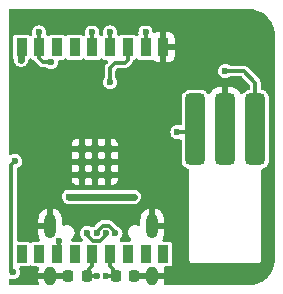
<source format=gbl>
G04 #@! TF.GenerationSoftware,KiCad,Pcbnew,(6.0.4)*
G04 #@! TF.CreationDate,2023-03-05T19:47:51+01:00*
G04 #@! TF.ProjectId,hair-02,68616972-2d30-4322-9e6b-696361645f70,rev?*
G04 #@! TF.SameCoordinates,Original*
G04 #@! TF.FileFunction,Copper,L2,Bot*
G04 #@! TF.FilePolarity,Positive*
%FSLAX46Y46*%
G04 Gerber Fmt 4.6, Leading zero omitted, Abs format (unit mm)*
G04 Created by KiCad (PCBNEW (6.0.4)) date 2023-03-05 19:47:51*
%MOMM*%
%LPD*%
G01*
G04 APERTURE LIST*
G04 Aperture macros list*
%AMRoundRect*
0 Rectangle with rounded corners*
0 $1 Rounding radius*
0 $2 $3 $4 $5 $6 $7 $8 $9 X,Y pos of 4 corners*
0 Add a 4 corners polygon primitive as box body*
4,1,4,$2,$3,$4,$5,$6,$7,$8,$9,$2,$3,0*
0 Add four circle primitives for the rounded corners*
1,1,$1+$1,$2,$3*
1,1,$1+$1,$4,$5*
1,1,$1+$1,$6,$7*
1,1,$1+$1,$8,$9*
0 Add four rect primitives between the rounded corners*
20,1,$1+$1,$2,$3,$4,$5,0*
20,1,$1+$1,$4,$5,$6,$7,0*
20,1,$1+$1,$6,$7,$8,$9,0*
20,1,$1+$1,$8,$9,$2,$3,0*%
G04 Aperture macros list end*
G04 #@! TA.AperFunction,ComponentPad*
%ADD10O,1.000000X2.100000*%
G04 #@! TD*
G04 #@! TA.AperFunction,ComponentPad*
%ADD11O,1.000000X1.600000*%
G04 #@! TD*
G04 #@! TA.AperFunction,SMDPad,CuDef*
%ADD12RoundRect,0.218750X-0.218750X-0.256250X0.218750X-0.256250X0.218750X0.256250X-0.218750X0.256250X0*%
G04 #@! TD*
G04 #@! TA.AperFunction,SMDPad,CuDef*
%ADD13R,0.900000X1.500000*%
G04 #@! TD*
G04 #@! TA.AperFunction,SMDPad,CuDef*
%ADD14R,0.700000X0.700000*%
G04 #@! TD*
G04 #@! TA.AperFunction,SMDPad,CuDef*
%ADD15RoundRect,0.218750X0.218750X0.256250X-0.218750X0.256250X-0.218750X-0.256250X0.218750X-0.256250X0*%
G04 #@! TD*
G04 #@! TA.AperFunction,SMDPad,CuDef*
%ADD16RoundRect,0.425000X-0.425000X-2.625000X0.425000X-2.625000X0.425000X2.625000X-0.425000X2.625000X0*%
G04 #@! TD*
G04 #@! TA.AperFunction,ViaPad*
%ADD17C,0.600000*%
G04 #@! TD*
G04 #@! TA.AperFunction,Conductor*
%ADD18C,0.600000*%
G04 #@! TD*
G04 #@! TA.AperFunction,Conductor*
%ADD19C,0.300000*%
G04 #@! TD*
G04 APERTURE END LIST*
D10*
X144180000Y-111720000D03*
D11*
X144180000Y-115900000D03*
D10*
X152820000Y-111720000D03*
D11*
X152820000Y-115900000D03*
D12*
X149712500Y-115900000D03*
X151287500Y-115900000D03*
D13*
X141750000Y-96550000D03*
X143250000Y-96550000D03*
X144750000Y-96550000D03*
X146250000Y-96550000D03*
X147750000Y-96550000D03*
X149250000Y-96550000D03*
X150750000Y-96550000D03*
X152250000Y-96550000D03*
X153750000Y-96550000D03*
X153750000Y-114050000D03*
X152250000Y-114050000D03*
X150750000Y-114050000D03*
X149250000Y-114050000D03*
X147750000Y-114050000D03*
X146250000Y-114050000D03*
X144750000Y-114050000D03*
X143250000Y-114050000D03*
X141750000Y-114050000D03*
D14*
X147950000Y-105160000D03*
X146850000Y-107360000D03*
X149050000Y-107360000D03*
X146850000Y-105160000D03*
X149050000Y-106260000D03*
X146850000Y-106260000D03*
X147950000Y-106260000D03*
X149050000Y-105160000D03*
X147950000Y-107360000D03*
D15*
X147287500Y-115900000D03*
X145712500Y-115900000D03*
D16*
X161540000Y-103500000D03*
X159000000Y-103500000D03*
X156460000Y-103500000D03*
D17*
X141700000Y-97600000D03*
X141050000Y-115600000D03*
X141200000Y-106200000D03*
X151250000Y-95000000D03*
X154200000Y-101600000D03*
X144500000Y-99100000D03*
X147350000Y-98650000D03*
X152550000Y-107250000D03*
X143250000Y-99200000D03*
X152300000Y-106100000D03*
X145750000Y-95000000D03*
X144500000Y-104100000D03*
X150150000Y-107350000D03*
X142450000Y-108250000D03*
X144250000Y-97800000D03*
X143250000Y-95300000D03*
X151250000Y-109200000D03*
X145750000Y-109200000D03*
X150650000Y-109200000D03*
X146350000Y-109200000D03*
X154950000Y-103750000D03*
X147300000Y-112300000D03*
X148900000Y-115900000D03*
X148900000Y-112300000D03*
X149700000Y-112300000D03*
X148100000Y-112300000D03*
X148100000Y-115900000D03*
X147750000Y-95300000D03*
X144950000Y-112950000D03*
X149250000Y-99500000D03*
X159000000Y-98550000D03*
X149250000Y-95300000D03*
X152250000Y-95300000D03*
D18*
X141700000Y-97600000D02*
X141700000Y-96600000D01*
D19*
X140900000Y-106500000D02*
X141200000Y-106200000D01*
X140900000Y-115600000D02*
X140900000Y-106500000D01*
X141050000Y-115600000D02*
X140900000Y-115600000D01*
D18*
X141700000Y-96600000D02*
X141750000Y-96550000D01*
D19*
X143250000Y-96550000D02*
X143250000Y-97500000D01*
X143250000Y-97500000D02*
X143550000Y-97800000D01*
X143550000Y-97800000D02*
X144250000Y-97800000D01*
X143250000Y-95300000D02*
X143250000Y-96550000D01*
D18*
X145750000Y-109200000D02*
X151250000Y-109200000D01*
D19*
X154950000Y-103750000D02*
X156210000Y-103750000D01*
X156210000Y-103750000D02*
X156460000Y-103500000D01*
X147830963Y-112949511D02*
X148369037Y-112949511D01*
X148900000Y-112418548D02*
X148900000Y-112300000D01*
X149250000Y-115050000D02*
X149250000Y-114050000D01*
X147300000Y-112418548D02*
X147830963Y-112949511D01*
X149500000Y-115600000D02*
X149500000Y-115300000D01*
X148369037Y-112949511D02*
X148900000Y-112418548D01*
X147300000Y-112300000D02*
X147300000Y-112418548D01*
X149712500Y-115900000D02*
X149712500Y-115812500D01*
X149712500Y-115812500D02*
X149500000Y-115600000D01*
X148900000Y-115900000D02*
X149712500Y-115900000D01*
X149500000Y-115300000D02*
X149250000Y-115050000D01*
X148100000Y-112181452D02*
X148630963Y-111650489D01*
X147287500Y-115900000D02*
X147287500Y-115812500D01*
X149169037Y-111650489D02*
X149700000Y-112181452D01*
X149700000Y-112181452D02*
X149700000Y-112300000D01*
X148100000Y-112300000D02*
X148100000Y-112181452D01*
X148630963Y-111650489D02*
X149169037Y-111650489D01*
X148100000Y-115900000D02*
X147287500Y-115900000D01*
X147287500Y-115812500D02*
X147500000Y-115600000D01*
X147750000Y-115050000D02*
X147750000Y-114050000D01*
X147500000Y-115300000D02*
X147750000Y-115050000D01*
X147500000Y-115600000D02*
X147500000Y-115300000D01*
X147750000Y-96550000D02*
X147750000Y-95300000D01*
X144950000Y-113850000D02*
X144750000Y-114050000D01*
X144950000Y-112950000D02*
X144950000Y-113850000D01*
X149700000Y-97850000D02*
X150500000Y-97850000D01*
X149250000Y-99500000D02*
X149250000Y-98300000D01*
X149250000Y-98300000D02*
X149700000Y-97850000D01*
X150750000Y-97600000D02*
X150750000Y-96550000D01*
X150500000Y-97850000D02*
X150750000Y-97600000D01*
X161540000Y-103500000D02*
X161540000Y-99540000D01*
X149250000Y-95300000D02*
X149250000Y-96550000D01*
X161540000Y-99540000D02*
X160550000Y-98550000D01*
X160550000Y-98550000D02*
X159000000Y-98550000D01*
X152250000Y-96550000D02*
X152250000Y-95300000D01*
G04 #@! TA.AperFunction,Conductor*
G36*
X142605298Y-115030291D02*
G01*
X142627287Y-115052241D01*
X142639867Y-115057803D01*
X142639869Y-115057804D01*
X142719426Y-115092976D01*
X142729673Y-115097506D01*
X142744318Y-115099213D01*
X142751070Y-115100001D01*
X142751078Y-115100001D01*
X142755354Y-115100500D01*
X143077323Y-115100500D01*
X143151823Y-115120462D01*
X143206361Y-115175000D01*
X143226323Y-115249500D01*
X143219348Y-115294553D01*
X143191462Y-115382461D01*
X143188444Y-115396657D01*
X143172464Y-115539128D01*
X143172000Y-115547416D01*
X143172000Y-115626384D01*
X143176145Y-115641855D01*
X143191616Y-115646000D01*
X145817500Y-115646000D01*
X145892000Y-115665962D01*
X145946538Y-115720500D01*
X145966500Y-115795000D01*
X145966500Y-116005000D01*
X145946538Y-116079500D01*
X145892000Y-116134038D01*
X145817500Y-116154000D01*
X143191616Y-116154000D01*
X143176145Y-116158145D01*
X143172000Y-116173616D01*
X143172000Y-116246103D01*
X143172355Y-116253358D01*
X143185702Y-116389480D01*
X143188521Y-116403719D01*
X143219835Y-116507434D01*
X143222258Y-116584524D01*
X143185812Y-116652497D01*
X143120261Y-116693140D01*
X143077195Y-116699500D01*
X140799000Y-116699500D01*
X140724500Y-116679538D01*
X140669962Y-116625000D01*
X140650000Y-116550500D01*
X140650000Y-116307286D01*
X140669962Y-116232786D01*
X140724500Y-116178248D01*
X140799000Y-116158286D01*
X140856019Y-116169628D01*
X140884213Y-116181306D01*
X140884215Y-116181307D01*
X140893238Y-116185044D01*
X140902919Y-116186319D01*
X140902921Y-116186319D01*
X141040315Y-116204407D01*
X141050000Y-116205682D01*
X141059685Y-116204407D01*
X141197079Y-116186319D01*
X141197081Y-116186319D01*
X141206762Y-116185044D01*
X141234352Y-116173616D01*
X141343817Y-116128274D01*
X141343818Y-116128274D01*
X141352841Y-116124536D01*
X141478282Y-116028282D01*
X141574536Y-115902841D01*
X141635044Y-115756762D01*
X141652209Y-115626384D01*
X141654407Y-115609685D01*
X141655682Y-115600000D01*
X141654407Y-115590315D01*
X141636319Y-115452921D01*
X141636319Y-115452919D01*
X141635044Y-115443238D01*
X141578413Y-115306518D01*
X141568346Y-115230052D01*
X141597861Y-115158795D01*
X141659051Y-115111842D01*
X141716071Y-115100500D01*
X142244646Y-115100500D01*
X142270846Y-115097382D01*
X142373153Y-115051939D01*
X142394580Y-115030474D01*
X142461339Y-114991852D01*
X142538468Y-114991784D01*
X142605298Y-115030291D01*
G37*
G04 #@! TD.AperFunction*
G04 #@! TA.AperFunction,Conductor*
G36*
X160986548Y-93302764D02*
G01*
X160987160Y-93302872D01*
X161000000Y-93305136D01*
X161012839Y-93302872D01*
X161025875Y-93302872D01*
X161025875Y-93303388D01*
X161037130Y-93302746D01*
X161256126Y-93315993D01*
X161273986Y-93318162D01*
X161395747Y-93340475D01*
X161517513Y-93362789D01*
X161534973Y-93367092D01*
X161771356Y-93440753D01*
X161788163Y-93447127D01*
X162013938Y-93548739D01*
X162029871Y-93557101D01*
X162241748Y-93685186D01*
X162256555Y-93695407D01*
X162451440Y-93848090D01*
X162464908Y-93860021D01*
X162639979Y-94035092D01*
X162651910Y-94048560D01*
X162804593Y-94243445D01*
X162814814Y-94258252D01*
X162942899Y-94470129D01*
X162951261Y-94486061D01*
X163052873Y-94711837D01*
X163059247Y-94728644D01*
X163106246Y-94879467D01*
X163132906Y-94965020D01*
X163137211Y-94982487D01*
X163159525Y-95104253D01*
X163181838Y-95226014D01*
X163184007Y-95243874D01*
X163197254Y-95462870D01*
X163196612Y-95474125D01*
X163197128Y-95474125D01*
X163197128Y-95487161D01*
X163194864Y-95500000D01*
X163197128Y-95512840D01*
X163197236Y-95513452D01*
X163199500Y-95539326D01*
X163199500Y-114460674D01*
X163197236Y-114486548D01*
X163194864Y-114500000D01*
X163197128Y-114512839D01*
X163197128Y-114525875D01*
X163196612Y-114525875D01*
X163197254Y-114537130D01*
X163184007Y-114756126D01*
X163181838Y-114773986D01*
X163168683Y-114845774D01*
X163141914Y-114991852D01*
X163137212Y-115017509D01*
X163132908Y-115034973D01*
X163059247Y-115271356D01*
X163052873Y-115288163D01*
X162987140Y-115434217D01*
X162951261Y-115513938D01*
X162942900Y-115529870D01*
X162860629Y-115665962D01*
X162814814Y-115741748D01*
X162804594Y-115756553D01*
X162774473Y-115795000D01*
X162651910Y-115951440D01*
X162639979Y-115964908D01*
X162464908Y-116139979D01*
X162451441Y-116151909D01*
X162312361Y-116260872D01*
X162256555Y-116304593D01*
X162241748Y-116314814D01*
X162029871Y-116442899D01*
X162013939Y-116451261D01*
X161788163Y-116552873D01*
X161771356Y-116559247D01*
X161534973Y-116632908D01*
X161517513Y-116637211D01*
X161434099Y-116652497D01*
X161273986Y-116681838D01*
X161256126Y-116684007D01*
X161037130Y-116697254D01*
X161025875Y-116696612D01*
X161025875Y-116697128D01*
X161012839Y-116697128D01*
X161000000Y-116694864D01*
X160987160Y-116697128D01*
X160986548Y-116697236D01*
X160960674Y-116699500D01*
X153922677Y-116699500D01*
X153848177Y-116679538D01*
X153793639Y-116625000D01*
X153773677Y-116550500D01*
X153780652Y-116505447D01*
X153808538Y-116417539D01*
X153811556Y-116403343D01*
X153827536Y-116260872D01*
X153828000Y-116252584D01*
X153828000Y-116173616D01*
X153823855Y-116158145D01*
X153808384Y-116154000D01*
X151182500Y-116154000D01*
X151108000Y-116134038D01*
X151053462Y-116079500D01*
X151033500Y-116005000D01*
X151033500Y-115795000D01*
X151053462Y-115720500D01*
X151108000Y-115665962D01*
X151182500Y-115646000D01*
X153808384Y-115646000D01*
X153823855Y-115641855D01*
X153828000Y-115626384D01*
X153828000Y-115553897D01*
X153827645Y-115546642D01*
X153814298Y-115410520D01*
X153811479Y-115396281D01*
X153780165Y-115292566D01*
X153777742Y-115215476D01*
X153814188Y-115147503D01*
X153879739Y-115106860D01*
X153922805Y-115100500D01*
X154244646Y-115100500D01*
X154270846Y-115097382D01*
X154373153Y-115051939D01*
X154452241Y-114972713D01*
X154497506Y-114870327D01*
X154499753Y-114851056D01*
X154500001Y-114848930D01*
X154500001Y-114848922D01*
X154500500Y-114844646D01*
X154500500Y-113255354D01*
X154497382Y-113229154D01*
X154451939Y-113126847D01*
X154372713Y-113047759D01*
X154360133Y-113042197D01*
X154360131Y-113042196D01*
X154280574Y-113007024D01*
X154280573Y-113007024D01*
X154270327Y-113002494D01*
X154255145Y-113000724D01*
X154248930Y-112999999D01*
X154248922Y-112999999D01*
X154244646Y-112999500D01*
X153821230Y-112999500D01*
X153746730Y-112979538D01*
X153692192Y-112925000D01*
X153672230Y-112850500D01*
X153690660Y-112778718D01*
X153747463Y-112675393D01*
X153753175Y-112662068D01*
X153808538Y-112487540D01*
X153811556Y-112473343D01*
X153827536Y-112330872D01*
X153828000Y-112322584D01*
X153828000Y-111993616D01*
X153823855Y-111978145D01*
X153808384Y-111974000D01*
X152715000Y-111974000D01*
X152640500Y-111954038D01*
X152585962Y-111899500D01*
X152566000Y-111825000D01*
X152566000Y-111446384D01*
X153074000Y-111446384D01*
X153078145Y-111461855D01*
X153093616Y-111466000D01*
X153808384Y-111466000D01*
X153823855Y-111461855D01*
X153828000Y-111446384D01*
X153828000Y-111123897D01*
X153827645Y-111116642D01*
X153814298Y-110980520D01*
X153811479Y-110966282D01*
X153758559Y-110791005D01*
X153753030Y-110777589D01*
X153667065Y-110615911D01*
X153659043Y-110603837D01*
X153543311Y-110461936D01*
X153533097Y-110451650D01*
X153392010Y-110334933D01*
X153379982Y-110326820D01*
X153218917Y-110239733D01*
X153205544Y-110234111D01*
X153092737Y-110199192D01*
X153076734Y-110198577D01*
X153074334Y-110202389D01*
X153074000Y-110204595D01*
X153074000Y-111446384D01*
X152566000Y-111446384D01*
X152566000Y-110213577D01*
X152561855Y-110198106D01*
X152556979Y-110196800D01*
X152555754Y-110196977D01*
X152447557Y-110228821D01*
X152434113Y-110234253D01*
X152271842Y-110319086D01*
X152259712Y-110327023D01*
X152117007Y-110441760D01*
X152106641Y-110451912D01*
X151988948Y-110592173D01*
X151980749Y-110604148D01*
X151892540Y-110764598D01*
X151886825Y-110777932D01*
X151831462Y-110952460D01*
X151828444Y-110966657D01*
X151812464Y-111109128D01*
X151812000Y-111117416D01*
X151812000Y-111521010D01*
X151792038Y-111595510D01*
X151737500Y-111650048D01*
X151663000Y-111670010D01*
X151622483Y-111662279D01*
X151622092Y-111663803D01*
X151469019Y-111624500D01*
X151350650Y-111624500D01*
X151346006Y-111625087D01*
X151346001Y-111625087D01*
X151298236Y-111631121D01*
X151233208Y-111639336D01*
X151224493Y-111642786D01*
X151224491Y-111642787D01*
X151175261Y-111662279D01*
X151086268Y-111697514D01*
X150958413Y-111790406D01*
X150857676Y-111912177D01*
X150853687Y-111920654D01*
X150853685Y-111920657D01*
X150820830Y-111990477D01*
X150790386Y-112055174D01*
X150788630Y-112064379D01*
X150777459Y-112122942D01*
X150760773Y-112210412D01*
X150770696Y-112368138D01*
X150773594Y-112377056D01*
X150773594Y-112377058D01*
X150809493Y-112487540D01*
X150819533Y-112518441D01*
X150904214Y-112651877D01*
X150995842Y-112737922D01*
X151000061Y-112741884D01*
X151040704Y-112807435D01*
X151043126Y-112884525D01*
X151006679Y-112952498D01*
X150941128Y-112993141D01*
X150898063Y-112999500D01*
X150255354Y-112999500D01*
X150229154Y-113002618D01*
X150228821Y-112999818D01*
X150168908Y-113000202D01*
X150101867Y-112962066D01*
X150062877Y-112895519D01*
X150062383Y-112818393D01*
X150100519Y-112751352D01*
X150115842Y-112737827D01*
X150128282Y-112728282D01*
X150224536Y-112602841D01*
X150285044Y-112456762D01*
X150286616Y-112444826D01*
X150304407Y-112309685D01*
X150305682Y-112300000D01*
X150293888Y-112210412D01*
X150286319Y-112152921D01*
X150286319Y-112152919D01*
X150285044Y-112143238D01*
X150276637Y-112122942D01*
X150228274Y-112006183D01*
X150228274Y-112006182D01*
X150224536Y-111997159D01*
X150128282Y-111871718D01*
X150002841Y-111775464D01*
X149932559Y-111746352D01*
X149907779Y-111736088D01*
X149859440Y-111703789D01*
X149512746Y-111357095D01*
X149501093Y-111343982D01*
X149487804Y-111327125D01*
X149487803Y-111327125D01*
X149480909Y-111318379D01*
X149471747Y-111312047D01*
X149471745Y-111312045D01*
X149432947Y-111285230D01*
X149429139Y-111282509D01*
X149391180Y-111254472D01*
X149391179Y-111254471D01*
X149382221Y-111247855D01*
X149375405Y-111245462D01*
X149369468Y-111241358D01*
X149313869Y-111223774D01*
X149309457Y-111222302D01*
X149254406Y-111202970D01*
X149247192Y-111202687D01*
X149240307Y-111200509D01*
X149233700Y-111199989D01*
X149181466Y-111199989D01*
X149175616Y-111199874D01*
X149130170Y-111198088D01*
X149130168Y-111198088D01*
X149119043Y-111197651D01*
X149111658Y-111199609D01*
X149104755Y-111199989D01*
X148666535Y-111199989D01*
X148649022Y-111198956D01*
X148648819Y-111198932D01*
X148616653Y-111195125D01*
X148605697Y-111197126D01*
X148605694Y-111197126D01*
X148559295Y-111205600D01*
X148554679Y-111206368D01*
X148508020Y-111213383D01*
X148508018Y-111213384D01*
X148497001Y-111215040D01*
X148490488Y-111218168D01*
X148483390Y-111219464D01*
X148431650Y-111246341D01*
X148427498Y-111248415D01*
X148374884Y-111273680D01*
X148369580Y-111278583D01*
X148363175Y-111281910D01*
X148358135Y-111286214D01*
X148321203Y-111323146D01*
X148316985Y-111327201D01*
X148283586Y-111358074D01*
X148283585Y-111358076D01*
X148275407Y-111365635D01*
X148271569Y-111372243D01*
X148266958Y-111377391D01*
X147940560Y-111703789D01*
X147892221Y-111736088D01*
X147797159Y-111775464D01*
X147789411Y-111781409D01*
X147780954Y-111786292D01*
X147780098Y-111784809D01*
X147719455Y-111809931D01*
X147642986Y-111799867D01*
X147619153Y-111786107D01*
X147619046Y-111786292D01*
X147610589Y-111781409D01*
X147602841Y-111775464D01*
X147456762Y-111714956D01*
X147447081Y-111713681D01*
X147447079Y-111713681D01*
X147309685Y-111695593D01*
X147300000Y-111694318D01*
X147290315Y-111695593D01*
X147152921Y-111713681D01*
X147152919Y-111713681D01*
X147143238Y-111714956D01*
X146997159Y-111775464D01*
X146871718Y-111871718D01*
X146775464Y-111997159D01*
X146771726Y-112006182D01*
X146771726Y-112006183D01*
X146723363Y-112122942D01*
X146714956Y-112143238D01*
X146713681Y-112152919D01*
X146713681Y-112152921D01*
X146706112Y-112210412D01*
X146694318Y-112300000D01*
X146695593Y-112309685D01*
X146713385Y-112444826D01*
X146714956Y-112456762D01*
X146775464Y-112602841D01*
X146871718Y-112728282D01*
X146879467Y-112734228D01*
X146884281Y-112737922D01*
X146931232Y-112799113D01*
X146941298Y-112875581D01*
X146911781Y-112946838D01*
X146850590Y-112993789D01*
X146774122Y-113003855D01*
X146772807Y-113003590D01*
X146770327Y-113002494D01*
X146763273Y-113001672D01*
X146763270Y-113001671D01*
X146748930Y-112999999D01*
X146748922Y-112999999D01*
X146744646Y-112999500D01*
X146101141Y-112999500D01*
X146026641Y-112979538D01*
X145972103Y-112925000D01*
X145952141Y-112850500D01*
X145972103Y-112776000D01*
X146013561Y-112729956D01*
X146034005Y-112715103D01*
X146034007Y-112715101D01*
X146041587Y-112709594D01*
X146142324Y-112587823D01*
X146146313Y-112579346D01*
X146146315Y-112579343D01*
X146205624Y-112453305D01*
X146209614Y-112444826D01*
X146211370Y-112435621D01*
X146237471Y-112298795D01*
X146237471Y-112298793D01*
X146239227Y-112289588D01*
X146229304Y-112131862D01*
X146226406Y-112122942D01*
X146183365Y-111990477D01*
X146183364Y-111990475D01*
X146180467Y-111981559D01*
X146095786Y-111848123D01*
X146042015Y-111797628D01*
X145987413Y-111746352D01*
X145987409Y-111746349D01*
X145980582Y-111739938D01*
X145935140Y-111714956D01*
X145850309Y-111668320D01*
X145850307Y-111668319D01*
X145842092Y-111663803D01*
X145689019Y-111624500D01*
X145570650Y-111624500D01*
X145566006Y-111625087D01*
X145566001Y-111625087D01*
X145518236Y-111631121D01*
X145453208Y-111639336D01*
X145444493Y-111642786D01*
X145444491Y-111642787D01*
X145391851Y-111663629D01*
X145315234Y-111672494D01*
X145244449Y-111641862D01*
X145198463Y-111579943D01*
X145188000Y-111525092D01*
X145188000Y-111123897D01*
X145187645Y-111116642D01*
X145174298Y-110980520D01*
X145171479Y-110966282D01*
X145118559Y-110791005D01*
X145113030Y-110777589D01*
X145027065Y-110615911D01*
X145019043Y-110603837D01*
X144903311Y-110461936D01*
X144893097Y-110451650D01*
X144752010Y-110334933D01*
X144739982Y-110326820D01*
X144578917Y-110239733D01*
X144565544Y-110234111D01*
X144452737Y-110199192D01*
X144436734Y-110198577D01*
X144434334Y-110202389D01*
X144434000Y-110204595D01*
X144434000Y-111825000D01*
X144414038Y-111899500D01*
X144359500Y-111954038D01*
X144285000Y-111974000D01*
X143191616Y-111974000D01*
X143176145Y-111978145D01*
X143172000Y-111993616D01*
X143172000Y-112316103D01*
X143172355Y-112323358D01*
X143185702Y-112459480D01*
X143188521Y-112473718D01*
X143241441Y-112648995D01*
X143246972Y-112662416D01*
X143309784Y-112780550D01*
X143327133Y-112855701D01*
X143304583Y-112929459D01*
X143248174Y-112982060D01*
X143178224Y-112999500D01*
X142755354Y-112999500D01*
X142729154Y-113002618D01*
X142626847Y-113048061D01*
X142605420Y-113069526D01*
X142538661Y-113108148D01*
X142461532Y-113108216D01*
X142394701Y-113069709D01*
X142382448Y-113057477D01*
X142372713Y-113047759D01*
X142360133Y-113042197D01*
X142360131Y-113042196D01*
X142280574Y-113007024D01*
X142280573Y-113007024D01*
X142270327Y-113002494D01*
X142255145Y-113000724D01*
X142248930Y-112999999D01*
X142248922Y-112999999D01*
X142244646Y-112999500D01*
X141499500Y-112999500D01*
X141425000Y-112979538D01*
X141370462Y-112925000D01*
X141350500Y-112850500D01*
X141350500Y-111446384D01*
X143172000Y-111446384D01*
X143176145Y-111461855D01*
X143191616Y-111466000D01*
X143906384Y-111466000D01*
X143921855Y-111461855D01*
X143926000Y-111446384D01*
X143926000Y-110213577D01*
X143921855Y-110198106D01*
X143916979Y-110196800D01*
X143915754Y-110196977D01*
X143807557Y-110228821D01*
X143794113Y-110234253D01*
X143631842Y-110319086D01*
X143619712Y-110327023D01*
X143477007Y-110441760D01*
X143466641Y-110451912D01*
X143348948Y-110592173D01*
X143340749Y-110604148D01*
X143252540Y-110764598D01*
X143246825Y-110777932D01*
X143191462Y-110952460D01*
X143188444Y-110966657D01*
X143172464Y-111109128D01*
X143172000Y-111117416D01*
X143172000Y-111446384D01*
X141350500Y-111446384D01*
X141350500Y-109200000D01*
X145144318Y-109200000D01*
X145164956Y-109356762D01*
X145225464Y-109502841D01*
X145321718Y-109628282D01*
X145447159Y-109724536D01*
X145593238Y-109785044D01*
X145602919Y-109786319D01*
X145602921Y-109786319D01*
X145740315Y-109804407D01*
X145750000Y-109805682D01*
X145779678Y-109801775D01*
X145799124Y-109800500D01*
X146300876Y-109800500D01*
X146320322Y-109801775D01*
X146350000Y-109805682D01*
X146379678Y-109801775D01*
X146399124Y-109800500D01*
X150600876Y-109800500D01*
X150620322Y-109801775D01*
X150650000Y-109805682D01*
X150679678Y-109801775D01*
X150699124Y-109800500D01*
X151200876Y-109800500D01*
X151220322Y-109801775D01*
X151250000Y-109805682D01*
X151279677Y-109801775D01*
X151289361Y-109800500D01*
X151397079Y-109786319D01*
X151397081Y-109786319D01*
X151406762Y-109785044D01*
X151552841Y-109724536D01*
X151678282Y-109628282D01*
X151774536Y-109502841D01*
X151835044Y-109356762D01*
X151855682Y-109200000D01*
X151835044Y-109043238D01*
X151774536Y-108897159D01*
X151678282Y-108771718D01*
X151552841Y-108675464D01*
X151406762Y-108614956D01*
X151397081Y-108613681D01*
X151397079Y-108613681D01*
X151289361Y-108599500D01*
X151259685Y-108595593D01*
X151250000Y-108594318D01*
X151220322Y-108598225D01*
X151200876Y-108599500D01*
X150699124Y-108599500D01*
X150679678Y-108598225D01*
X150650000Y-108594318D01*
X150620322Y-108598225D01*
X150600876Y-108599500D01*
X146399124Y-108599500D01*
X146379678Y-108598225D01*
X146350000Y-108594318D01*
X146320322Y-108598225D01*
X146300876Y-108599500D01*
X145799124Y-108599500D01*
X145779678Y-108598225D01*
X145750000Y-108594318D01*
X145740315Y-108595593D01*
X145602921Y-108613681D01*
X145602919Y-108613681D01*
X145593238Y-108614956D01*
X145447159Y-108675464D01*
X145321718Y-108771718D01*
X145225464Y-108897159D01*
X145164956Y-109043238D01*
X145144318Y-109200000D01*
X141350500Y-109200000D01*
X141350500Y-107754060D01*
X145992001Y-107754060D01*
X145992436Y-107762091D01*
X145997740Y-107810923D01*
X146002027Y-107828953D01*
X146046101Y-107946520D01*
X146056196Y-107964959D01*
X146130728Y-108064407D01*
X146145593Y-108079272D01*
X146245041Y-108153804D01*
X146263480Y-108163899D01*
X146381044Y-108207972D01*
X146399079Y-108212261D01*
X146447912Y-108217566D01*
X146455938Y-108218000D01*
X146576384Y-108218000D01*
X146591855Y-108213855D01*
X146596000Y-108198384D01*
X146596000Y-108198383D01*
X147104000Y-108198383D01*
X147108145Y-108213854D01*
X147123616Y-108217999D01*
X147244060Y-108217999D01*
X147252091Y-108217564D01*
X147300923Y-108212260D01*
X147318950Y-108207974D01*
X147347698Y-108197197D01*
X147424465Y-108189738D01*
X147452302Y-108197197D01*
X147481048Y-108207973D01*
X147499079Y-108212261D01*
X147547912Y-108217566D01*
X147555938Y-108218000D01*
X147676384Y-108218000D01*
X147691855Y-108213855D01*
X147696000Y-108198384D01*
X147696000Y-108198383D01*
X148204000Y-108198383D01*
X148208145Y-108213854D01*
X148223616Y-108217999D01*
X148344060Y-108217999D01*
X148352091Y-108217564D01*
X148400923Y-108212260D01*
X148418950Y-108207974D01*
X148447698Y-108197197D01*
X148524465Y-108189738D01*
X148552302Y-108197197D01*
X148581048Y-108207973D01*
X148599079Y-108212261D01*
X148647912Y-108217566D01*
X148655938Y-108218000D01*
X148776384Y-108218000D01*
X148791855Y-108213855D01*
X148796000Y-108198384D01*
X148796000Y-108198383D01*
X149304000Y-108198383D01*
X149308145Y-108213854D01*
X149323616Y-108217999D01*
X149444060Y-108217999D01*
X149452091Y-108217564D01*
X149500923Y-108212260D01*
X149518953Y-108207973D01*
X149636520Y-108163899D01*
X149654959Y-108153804D01*
X149754407Y-108079272D01*
X149769272Y-108064407D01*
X149843804Y-107964959D01*
X149853899Y-107946520D01*
X149897972Y-107828956D01*
X149902261Y-107810921D01*
X149907566Y-107762088D01*
X149908000Y-107754062D01*
X149908000Y-107633616D01*
X149903855Y-107618145D01*
X149888384Y-107614000D01*
X149323616Y-107614000D01*
X149308145Y-107618145D01*
X149304000Y-107633616D01*
X149304000Y-108198383D01*
X148796000Y-108198383D01*
X148796000Y-107633616D01*
X148791855Y-107618145D01*
X148776384Y-107614000D01*
X148223616Y-107614000D01*
X148208145Y-107618145D01*
X148204000Y-107633616D01*
X148204000Y-108198383D01*
X147696000Y-108198383D01*
X147696000Y-107633616D01*
X147691855Y-107618145D01*
X147676384Y-107614000D01*
X147123616Y-107614000D01*
X147108145Y-107618145D01*
X147104000Y-107633616D01*
X147104000Y-108198383D01*
X146596000Y-108198383D01*
X146596000Y-107633616D01*
X146591855Y-107618145D01*
X146576384Y-107614000D01*
X146011617Y-107614000D01*
X145996146Y-107618145D01*
X145992001Y-107633616D01*
X145992001Y-107754060D01*
X141350500Y-107754060D01*
X141350500Y-107086384D01*
X145992000Y-107086384D01*
X145996145Y-107101855D01*
X146011616Y-107106000D01*
X146576384Y-107106000D01*
X146591855Y-107101855D01*
X146596000Y-107086384D01*
X147104000Y-107086384D01*
X147108145Y-107101855D01*
X147123616Y-107106000D01*
X147676384Y-107106000D01*
X147691855Y-107101855D01*
X147696000Y-107086384D01*
X148204000Y-107086384D01*
X148208145Y-107101855D01*
X148223616Y-107106000D01*
X148776384Y-107106000D01*
X148791855Y-107101855D01*
X148796000Y-107086384D01*
X149304000Y-107086384D01*
X149308145Y-107101855D01*
X149323616Y-107106000D01*
X149888383Y-107106000D01*
X149903854Y-107101855D01*
X149907999Y-107086384D01*
X149907999Y-106965940D01*
X149907564Y-106957909D01*
X149902260Y-106909077D01*
X149897974Y-106891050D01*
X149887197Y-106862302D01*
X149879738Y-106785535D01*
X149887197Y-106757698D01*
X149897973Y-106728952D01*
X149902261Y-106710921D01*
X149907566Y-106662088D01*
X149908000Y-106654062D01*
X149908000Y-106533616D01*
X149903855Y-106518145D01*
X149888384Y-106514000D01*
X149323616Y-106514000D01*
X149308145Y-106518145D01*
X149304000Y-106533616D01*
X149304000Y-107086384D01*
X148796000Y-107086384D01*
X148796000Y-106533616D01*
X148791855Y-106518145D01*
X148776384Y-106514000D01*
X148223616Y-106514000D01*
X148208145Y-106518145D01*
X148204000Y-106533616D01*
X148204000Y-107086384D01*
X147696000Y-107086384D01*
X147696000Y-106533616D01*
X147691855Y-106518145D01*
X147676384Y-106514000D01*
X147123616Y-106514000D01*
X147108145Y-106518145D01*
X147104000Y-106533616D01*
X147104000Y-107086384D01*
X146596000Y-107086384D01*
X146596000Y-106533616D01*
X146591855Y-106518145D01*
X146576384Y-106514000D01*
X146011617Y-106514000D01*
X145996146Y-106518145D01*
X145992001Y-106533616D01*
X145992001Y-106654060D01*
X145992436Y-106662091D01*
X145997740Y-106710923D01*
X146002026Y-106728950D01*
X146012803Y-106757698D01*
X146020262Y-106834465D01*
X146012803Y-106862302D01*
X146002027Y-106891048D01*
X145997739Y-106909079D01*
X145992434Y-106957912D01*
X145992000Y-106965938D01*
X145992000Y-107086384D01*
X141350500Y-107086384D01*
X141350500Y-106887196D01*
X141370462Y-106812696D01*
X141425000Y-106758158D01*
X141442481Y-106749538D01*
X141493815Y-106728275D01*
X141493817Y-106728274D01*
X141502841Y-106724536D01*
X141628282Y-106628282D01*
X141724536Y-106502841D01*
X141753177Y-106433697D01*
X141781307Y-106365784D01*
X141785044Y-106356762D01*
X141796959Y-106266262D01*
X141804407Y-106209685D01*
X141805682Y-106200000D01*
X141804407Y-106190315D01*
X141786319Y-106052921D01*
X141786319Y-106052919D01*
X141785044Y-106043238D01*
X141781307Y-106034216D01*
X141761494Y-105986384D01*
X145992000Y-105986384D01*
X145996145Y-106001855D01*
X146011616Y-106006000D01*
X146576384Y-106006000D01*
X146591855Y-106001855D01*
X146596000Y-105986384D01*
X147104000Y-105986384D01*
X147108145Y-106001855D01*
X147123616Y-106006000D01*
X147676384Y-106006000D01*
X147691855Y-106001855D01*
X147696000Y-105986384D01*
X148204000Y-105986384D01*
X148208145Y-106001855D01*
X148223616Y-106006000D01*
X148776384Y-106006000D01*
X148791855Y-106001855D01*
X148796000Y-105986384D01*
X149304000Y-105986384D01*
X149308145Y-106001855D01*
X149323616Y-106006000D01*
X149888383Y-106006000D01*
X149903854Y-106001855D01*
X149907999Y-105986384D01*
X149907999Y-105865940D01*
X149907564Y-105857909D01*
X149902260Y-105809077D01*
X149897974Y-105791050D01*
X149887197Y-105762302D01*
X149879738Y-105685535D01*
X149887197Y-105657698D01*
X149897973Y-105628952D01*
X149902261Y-105610921D01*
X149907566Y-105562088D01*
X149908000Y-105554062D01*
X149908000Y-105433616D01*
X149903855Y-105418145D01*
X149888384Y-105414000D01*
X149323616Y-105414000D01*
X149308145Y-105418145D01*
X149304000Y-105433616D01*
X149304000Y-105986384D01*
X148796000Y-105986384D01*
X148796000Y-105433616D01*
X148791855Y-105418145D01*
X148776384Y-105414000D01*
X148223616Y-105414000D01*
X148208145Y-105418145D01*
X148204000Y-105433616D01*
X148204000Y-105986384D01*
X147696000Y-105986384D01*
X147696000Y-105433616D01*
X147691855Y-105418145D01*
X147676384Y-105414000D01*
X147123616Y-105414000D01*
X147108145Y-105418145D01*
X147104000Y-105433616D01*
X147104000Y-105986384D01*
X146596000Y-105986384D01*
X146596000Y-105433616D01*
X146591855Y-105418145D01*
X146576384Y-105414000D01*
X146011617Y-105414000D01*
X145996146Y-105418145D01*
X145992001Y-105433616D01*
X145992001Y-105554060D01*
X145992436Y-105562091D01*
X145997740Y-105610923D01*
X146002026Y-105628950D01*
X146012803Y-105657698D01*
X146020262Y-105734465D01*
X146012803Y-105762302D01*
X146002027Y-105791048D01*
X145997739Y-105809079D01*
X145992434Y-105857912D01*
X145992000Y-105865938D01*
X145992000Y-105986384D01*
X141761494Y-105986384D01*
X141728274Y-105906183D01*
X141728274Y-105906182D01*
X141724536Y-105897159D01*
X141628282Y-105771718D01*
X141502841Y-105675464D01*
X141390547Y-105628950D01*
X141365784Y-105618693D01*
X141356762Y-105614956D01*
X141347081Y-105613681D01*
X141347079Y-105613681D01*
X141209685Y-105595593D01*
X141200000Y-105594318D01*
X141190315Y-105595593D01*
X141052921Y-105613681D01*
X141052919Y-105613681D01*
X141043238Y-105614956D01*
X141034216Y-105618693D01*
X141009454Y-105628950D01*
X140897159Y-105675464D01*
X140889410Y-105681410D01*
X140880954Y-105686292D01*
X140880262Y-105685094D01*
X140818453Y-105710699D01*
X140741984Y-105700634D01*
X140680793Y-105653683D01*
X140651275Y-105582427D01*
X140650000Y-105562974D01*
X140650000Y-104886384D01*
X145992000Y-104886384D01*
X145996145Y-104901855D01*
X146011616Y-104906000D01*
X146576384Y-104906000D01*
X146591855Y-104901855D01*
X146596000Y-104886384D01*
X147104000Y-104886384D01*
X147108145Y-104901855D01*
X147123616Y-104906000D01*
X147676384Y-104906000D01*
X147691855Y-104901855D01*
X147696000Y-104886384D01*
X148204000Y-104886384D01*
X148208145Y-104901855D01*
X148223616Y-104906000D01*
X148776384Y-104906000D01*
X148791855Y-104901855D01*
X148796000Y-104886384D01*
X149304000Y-104886384D01*
X149308145Y-104901855D01*
X149323616Y-104906000D01*
X149888383Y-104906000D01*
X149903854Y-104901855D01*
X149907999Y-104886384D01*
X149907999Y-104765940D01*
X149907564Y-104757909D01*
X149902260Y-104709077D01*
X149897973Y-104691047D01*
X149853899Y-104573480D01*
X149843804Y-104555041D01*
X149769272Y-104455593D01*
X149754407Y-104440728D01*
X149654959Y-104366196D01*
X149636520Y-104356101D01*
X149518956Y-104312028D01*
X149500921Y-104307739D01*
X149452088Y-104302434D01*
X149444062Y-104302000D01*
X149323616Y-104302000D01*
X149308145Y-104306145D01*
X149304000Y-104321616D01*
X149304000Y-104886384D01*
X148796000Y-104886384D01*
X148796000Y-104321617D01*
X148791855Y-104306146D01*
X148776384Y-104302001D01*
X148655940Y-104302001D01*
X148647909Y-104302436D01*
X148599077Y-104307740D01*
X148581050Y-104312026D01*
X148552302Y-104322803D01*
X148475535Y-104330262D01*
X148447698Y-104322803D01*
X148418952Y-104312027D01*
X148400921Y-104307739D01*
X148352088Y-104302434D01*
X148344062Y-104302000D01*
X148223616Y-104302000D01*
X148208145Y-104306145D01*
X148204000Y-104321616D01*
X148204000Y-104886384D01*
X147696000Y-104886384D01*
X147696000Y-104321617D01*
X147691855Y-104306146D01*
X147676384Y-104302001D01*
X147555940Y-104302001D01*
X147547909Y-104302436D01*
X147499077Y-104307740D01*
X147481050Y-104312026D01*
X147452302Y-104322803D01*
X147375535Y-104330262D01*
X147347698Y-104322803D01*
X147318952Y-104312027D01*
X147300921Y-104307739D01*
X147252088Y-104302434D01*
X147244062Y-104302000D01*
X147123616Y-104302000D01*
X147108145Y-104306145D01*
X147104000Y-104321616D01*
X147104000Y-104886384D01*
X146596000Y-104886384D01*
X146596000Y-104321617D01*
X146591855Y-104306146D01*
X146576384Y-104302001D01*
X146455940Y-104302001D01*
X146447909Y-104302436D01*
X146399077Y-104307740D01*
X146381047Y-104312027D01*
X146263480Y-104356101D01*
X146245041Y-104366196D01*
X146145593Y-104440728D01*
X146130728Y-104455593D01*
X146056196Y-104555041D01*
X146046101Y-104573480D01*
X146002028Y-104691044D01*
X145997739Y-104709079D01*
X145992434Y-104757912D01*
X145992000Y-104765938D01*
X145992000Y-104886384D01*
X140650000Y-104886384D01*
X140650000Y-103750000D01*
X154344318Y-103750000D01*
X154364956Y-103906762D01*
X154425464Y-104052841D01*
X154521718Y-104178282D01*
X154647159Y-104274536D01*
X154656182Y-104278274D01*
X154656183Y-104278274D01*
X154760820Y-104321616D01*
X154793238Y-104335044D01*
X154802919Y-104336319D01*
X154802921Y-104336319D01*
X154940315Y-104354407D01*
X154950000Y-104355682D01*
X154959685Y-104354407D01*
X155097079Y-104336319D01*
X155097081Y-104336319D01*
X155106762Y-104335044D01*
X155115784Y-104331307D01*
X155121938Y-104329658D01*
X155199066Y-104329658D01*
X155265861Y-104368223D01*
X155304424Y-104435018D01*
X155309501Y-104473581D01*
X155309501Y-106173206D01*
X155319997Y-106274372D01*
X155373537Y-106434852D01*
X155462560Y-106578711D01*
X155468683Y-106584824D01*
X155468686Y-106584827D01*
X155575360Y-106691314D01*
X155582289Y-106698231D01*
X155589659Y-106702774D01*
X155718932Y-106782460D01*
X155718936Y-106782462D01*
X155726303Y-106787003D01*
X155734523Y-106789729D01*
X155734524Y-106789730D01*
X155847408Y-106827172D01*
X155911836Y-106869573D01*
X155946431Y-106938507D01*
X155949500Y-106968595D01*
X155949500Y-114500488D01*
X155949103Y-114508602D01*
X155945754Y-114520168D01*
X155946941Y-114533874D01*
X155946941Y-114533875D01*
X155948944Y-114557001D01*
X155949500Y-114569857D01*
X155949500Y-114577948D01*
X155950757Y-114584698D01*
X155950893Y-114586169D01*
X155952481Y-114597841D01*
X155952935Y-114603085D01*
X155955413Y-114631696D01*
X155961255Y-114643647D01*
X155961651Y-114645362D01*
X155962355Y-114646974D01*
X155964791Y-114660053D01*
X155972009Y-114671762D01*
X155982627Y-114688988D01*
X155989651Y-114701739D01*
X156004575Y-114732269D01*
X156014329Y-114741317D01*
X156015317Y-114742776D01*
X156016552Y-114744025D01*
X156023532Y-114755348D01*
X156034481Y-114763674D01*
X156034482Y-114763675D01*
X156050582Y-114775918D01*
X156061723Y-114785283D01*
X156076558Y-114799044D01*
X156076561Y-114799046D01*
X156086646Y-114808401D01*
X156099003Y-114813331D01*
X156100446Y-114814333D01*
X156102051Y-114815055D01*
X156112641Y-114823108D01*
X156145285Y-114832561D01*
X156159048Y-114837286D01*
X156163788Y-114839177D01*
X156190622Y-114849883D01*
X156196915Y-114850500D01*
X156200550Y-114850500D01*
X156204193Y-114850678D01*
X156204193Y-114850681D01*
X156208602Y-114850897D01*
X156220168Y-114854246D01*
X156233874Y-114853059D01*
X156233875Y-114853059D01*
X156257001Y-114851056D01*
X156269857Y-114850500D01*
X161700488Y-114850500D01*
X161708602Y-114850897D01*
X161720168Y-114854246D01*
X161733874Y-114853059D01*
X161733875Y-114853059D01*
X161757001Y-114851056D01*
X161769857Y-114850500D01*
X161777948Y-114850500D01*
X161784698Y-114849243D01*
X161786169Y-114849107D01*
X161797841Y-114847519D01*
X161817991Y-114845774D01*
X161817992Y-114845774D01*
X161831696Y-114844587D01*
X161843647Y-114838745D01*
X161845362Y-114838349D01*
X161846974Y-114837645D01*
X161860053Y-114835209D01*
X161888991Y-114817371D01*
X161901739Y-114810349D01*
X161919907Y-114801468D01*
X161919908Y-114801467D01*
X161932269Y-114795425D01*
X161941317Y-114785671D01*
X161942776Y-114784683D01*
X161944025Y-114783448D01*
X161955348Y-114776468D01*
X161963675Y-114765518D01*
X161975918Y-114749418D01*
X161985283Y-114738277D01*
X161999044Y-114723442D01*
X161999046Y-114723439D01*
X162008401Y-114713354D01*
X162013331Y-114700997D01*
X162014333Y-114699554D01*
X162015055Y-114697949D01*
X162023108Y-114687359D01*
X162032561Y-114654715D01*
X162037286Y-114640952D01*
X162045986Y-114619145D01*
X162049883Y-114609378D01*
X162050500Y-114603085D01*
X162050500Y-114599450D01*
X162050678Y-114595807D01*
X162050681Y-114595807D01*
X162050897Y-114591398D01*
X162054246Y-114579832D01*
X162051056Y-114542999D01*
X162050500Y-114530143D01*
X162050500Y-106968675D01*
X162070462Y-106894175D01*
X162125000Y-106839637D01*
X162152334Y-106827338D01*
X162274852Y-106786463D01*
X162418711Y-106697440D01*
X162424824Y-106691317D01*
X162424827Y-106691314D01*
X162532115Y-106583838D01*
X162532116Y-106583837D01*
X162538231Y-106577711D01*
X162574948Y-106518145D01*
X162622460Y-106441068D01*
X162622462Y-106441064D01*
X162627003Y-106433697D01*
X162649529Y-106365784D01*
X162677702Y-106280847D01*
X162677703Y-106280842D01*
X162680263Y-106273124D01*
X162688747Y-106190315D01*
X162690112Y-106176996D01*
X162690112Y-106176992D01*
X162690500Y-106173207D01*
X162690499Y-100826794D01*
X162680003Y-100725628D01*
X162626463Y-100565148D01*
X162597197Y-100517854D01*
X162556861Y-100452673D01*
X162537440Y-100421289D01*
X162531317Y-100415176D01*
X162531314Y-100415173D01*
X162423838Y-100307885D01*
X162423837Y-100307884D01*
X162417711Y-100301769D01*
X162410341Y-100297226D01*
X162281068Y-100217540D01*
X162281064Y-100217538D01*
X162273697Y-100212997D01*
X162265477Y-100210271D01*
X162265476Y-100210270D01*
X162120846Y-100162298D01*
X162120844Y-100162297D01*
X162113124Y-100159737D01*
X162107381Y-100159149D01*
X162039605Y-100124465D01*
X161997712Y-100059706D01*
X161990500Y-100013912D01*
X161990500Y-99575571D01*
X161991533Y-99558058D01*
X161994055Y-99536749D01*
X161995364Y-99525689D01*
X161984891Y-99468347D01*
X161984122Y-99463728D01*
X161983756Y-99461297D01*
X161975449Y-99406038D01*
X161972321Y-99399525D01*
X161971025Y-99392427D01*
X161944146Y-99340681D01*
X161942069Y-99336525D01*
X161921629Y-99293959D01*
X161916809Y-99283921D01*
X161911907Y-99278618D01*
X161908579Y-99272211D01*
X161904275Y-99267172D01*
X161867343Y-99230240D01*
X161863288Y-99226022D01*
X161832415Y-99192623D01*
X161832413Y-99192622D01*
X161824854Y-99184444D01*
X161818246Y-99180606D01*
X161813098Y-99175995D01*
X160893709Y-98256606D01*
X160882056Y-98243493D01*
X160868767Y-98226636D01*
X160868766Y-98226636D01*
X160861872Y-98217890D01*
X160852710Y-98211558D01*
X160852708Y-98211556D01*
X160813910Y-98184741D01*
X160810102Y-98182020D01*
X160772143Y-98153983D01*
X160772142Y-98153982D01*
X160763184Y-98147366D01*
X160756368Y-98144973D01*
X160750431Y-98140869D01*
X160694832Y-98123285D01*
X160690420Y-98121813D01*
X160635369Y-98102481D01*
X160628155Y-98102198D01*
X160621270Y-98100020D01*
X160614663Y-98099500D01*
X160562429Y-98099500D01*
X160556579Y-98099385D01*
X160511133Y-98097599D01*
X160511131Y-98097599D01*
X160500006Y-98097162D01*
X160492621Y-98099120D01*
X160485718Y-98099500D01*
X159449906Y-98099500D01*
X159375406Y-98079538D01*
X159359201Y-98068710D01*
X159310590Y-98031410D01*
X159302841Y-98025464D01*
X159156762Y-97964956D01*
X159147081Y-97963681D01*
X159147079Y-97963681D01*
X159009685Y-97945593D01*
X159000000Y-97944318D01*
X158990315Y-97945593D01*
X158852921Y-97963681D01*
X158852919Y-97963681D01*
X158843238Y-97964956D01*
X158697159Y-98025464D01*
X158571718Y-98121718D01*
X158475464Y-98247159D01*
X158471726Y-98256182D01*
X158471726Y-98256183D01*
X158451897Y-98304054D01*
X158414956Y-98393238D01*
X158413681Y-98402919D01*
X158413681Y-98402921D01*
X158413318Y-98405682D01*
X158394318Y-98550000D01*
X158414956Y-98706762D01*
X158475464Y-98852841D01*
X158571718Y-98978282D01*
X158697159Y-99074536D01*
X158706182Y-99078274D01*
X158706183Y-99078274D01*
X158834216Y-99131307D01*
X158843238Y-99135044D01*
X158852919Y-99136319D01*
X158852921Y-99136319D01*
X158990315Y-99154407D01*
X159000000Y-99155682D01*
X159009685Y-99154407D01*
X159147079Y-99136319D01*
X159147081Y-99136319D01*
X159156762Y-99135044D01*
X159165784Y-99131307D01*
X159293817Y-99078274D01*
X159293818Y-99078274D01*
X159302841Y-99074536D01*
X159359200Y-99031290D01*
X159430459Y-99001775D01*
X159449906Y-99000500D01*
X160301679Y-99000500D01*
X160376179Y-99020462D01*
X160407038Y-99044141D01*
X161045859Y-99682962D01*
X161084423Y-99749757D01*
X161089500Y-99788321D01*
X161089500Y-100013899D01*
X161069538Y-100088399D01*
X161015000Y-100142937D01*
X160972663Y-100159267D01*
X160965628Y-100159997D01*
X160957896Y-100162577D01*
X160957894Y-100162577D01*
X160813366Y-100210795D01*
X160813364Y-100210796D01*
X160805148Y-100213537D01*
X160661289Y-100302560D01*
X160655176Y-100308683D01*
X160655173Y-100308686D01*
X160547885Y-100416162D01*
X160541769Y-100422289D01*
X160516541Y-100463215D01*
X160460459Y-100516158D01*
X160385415Y-100533967D01*
X160311520Y-100511869D01*
X160256944Y-100452673D01*
X160215335Y-100371011D01*
X160206875Y-100357984D01*
X160093281Y-100217708D01*
X160082292Y-100206719D01*
X159942016Y-100093125D01*
X159928989Y-100084665D01*
X159768158Y-100002718D01*
X159753656Y-99997151D01*
X159578358Y-99950180D01*
X159564946Y-99947875D01*
X159493201Y-99942229D01*
X159487380Y-99942000D01*
X159273616Y-99942000D01*
X159258145Y-99946145D01*
X159254000Y-99961616D01*
X159254000Y-103605000D01*
X159234038Y-103679500D01*
X159179500Y-103734038D01*
X159105000Y-103754000D01*
X158895000Y-103754000D01*
X158820500Y-103734038D01*
X158765962Y-103679500D01*
X158746000Y-103605000D01*
X158746000Y-99961617D01*
X158741855Y-99946146D01*
X158726384Y-99942001D01*
X158512623Y-99942001D01*
X158506796Y-99942230D01*
X158435052Y-99947875D01*
X158421645Y-99950179D01*
X158246344Y-99997151D01*
X158231842Y-100002718D01*
X158071011Y-100084665D01*
X158057984Y-100093125D01*
X157917708Y-100206719D01*
X157906719Y-100217708D01*
X157793125Y-100357984D01*
X157784665Y-100371011D01*
X157743023Y-100452738D01*
X157691415Y-100510056D01*
X157618061Y-100533890D01*
X157542619Y-100517854D01*
X157483561Y-100463500D01*
X157476861Y-100452673D01*
X157457440Y-100421289D01*
X157451317Y-100415176D01*
X157451314Y-100415173D01*
X157343838Y-100307885D01*
X157343837Y-100307884D01*
X157337711Y-100301769D01*
X157330341Y-100297226D01*
X157201068Y-100217540D01*
X157201064Y-100217538D01*
X157193697Y-100212997D01*
X157185477Y-100210271D01*
X157185476Y-100210270D01*
X157040847Y-100162298D01*
X157040842Y-100162297D01*
X157033124Y-100159737D01*
X157003322Y-100156684D01*
X156936996Y-100149888D01*
X156936992Y-100149888D01*
X156933207Y-100149500D01*
X156463210Y-100149500D01*
X155986794Y-100149501D01*
X155885628Y-100159997D01*
X155877896Y-100162577D01*
X155877894Y-100162577D01*
X155733366Y-100210795D01*
X155733364Y-100210796D01*
X155725148Y-100213537D01*
X155581289Y-100302560D01*
X155575176Y-100308683D01*
X155575173Y-100308686D01*
X155467885Y-100416162D01*
X155461769Y-100422289D01*
X155457228Y-100429656D01*
X155457226Y-100429659D01*
X155377540Y-100558932D01*
X155377538Y-100558936D01*
X155372997Y-100566303D01*
X155370271Y-100574523D01*
X155370270Y-100574524D01*
X155322298Y-100719153D01*
X155322297Y-100719158D01*
X155319737Y-100726876D01*
X155318908Y-100734968D01*
X155309894Y-100822951D01*
X155309500Y-100826793D01*
X155309500Y-103026419D01*
X155289538Y-103100919D01*
X155235000Y-103155457D01*
X155160500Y-103175419D01*
X155121936Y-103170342D01*
X155115788Y-103168695D01*
X155106762Y-103164956D01*
X154950000Y-103144318D01*
X154940315Y-103145593D01*
X154802921Y-103163681D01*
X154802919Y-103163681D01*
X154793238Y-103164956D01*
X154647159Y-103225464D01*
X154521718Y-103321718D01*
X154425464Y-103447159D01*
X154364956Y-103593238D01*
X154363681Y-103602919D01*
X154363681Y-103602921D01*
X154353599Y-103679500D01*
X154344318Y-103750000D01*
X140650000Y-103750000D01*
X140650000Y-97344646D01*
X140999500Y-97344646D01*
X141002618Y-97370846D01*
X141048061Y-97473153D01*
X141057796Y-97482871D01*
X141065589Y-97494210D01*
X141062912Y-97496050D01*
X141090480Y-97543699D01*
X141095593Y-97582396D01*
X141095593Y-97590315D01*
X141094318Y-97600000D01*
X141095593Y-97609685D01*
X141112802Y-97740398D01*
X141114956Y-97756762D01*
X141118693Y-97765784D01*
X141159378Y-97864005D01*
X141175464Y-97902841D01*
X141271718Y-98028282D01*
X141397159Y-98124536D01*
X141406182Y-98128274D01*
X141406183Y-98128274D01*
X141519668Y-98175281D01*
X141543238Y-98185044D01*
X141552919Y-98186319D01*
X141552921Y-98186319D01*
X141690315Y-98204407D01*
X141700000Y-98205682D01*
X141709685Y-98204407D01*
X141847079Y-98186319D01*
X141847081Y-98186319D01*
X141856762Y-98185044D01*
X141880332Y-98175281D01*
X141993817Y-98128274D01*
X141993818Y-98128274D01*
X142002841Y-98124536D01*
X142128282Y-98028282D01*
X142224536Y-97902841D01*
X142240623Y-97864005D01*
X142281307Y-97765784D01*
X142285044Y-97756762D01*
X142287199Y-97740398D01*
X142297710Y-97660554D01*
X142327225Y-97589297D01*
X142360819Y-97557418D01*
X142373153Y-97551939D01*
X142394580Y-97530474D01*
X142461339Y-97491852D01*
X142538468Y-97491784D01*
X142605298Y-97530291D01*
X142627287Y-97552241D01*
X142639867Y-97557803D01*
X142639869Y-97557804D01*
X142719425Y-97592976D01*
X142719429Y-97592977D01*
X142729673Y-97597506D01*
X142739873Y-97598695D01*
X142806031Y-97637279D01*
X142832437Y-97673489D01*
X142845842Y-97699294D01*
X142847926Y-97703465D01*
X142873191Y-97756079D01*
X142878094Y-97761383D01*
X142881421Y-97767788D01*
X142885725Y-97772828D01*
X142922657Y-97809760D01*
X142926712Y-97813978D01*
X142934260Y-97822143D01*
X142965146Y-97855556D01*
X142971754Y-97859394D01*
X142976902Y-97864005D01*
X143206291Y-98093394D01*
X143217944Y-98106507D01*
X143229936Y-98121718D01*
X143238128Y-98132110D01*
X143247290Y-98138442D01*
X143247292Y-98138444D01*
X143286090Y-98165259D01*
X143289898Y-98167980D01*
X143312591Y-98184741D01*
X143336816Y-98202634D01*
X143343632Y-98205027D01*
X143349569Y-98209131D01*
X143401522Y-98225562D01*
X143405165Y-98226714D01*
X143409580Y-98228187D01*
X143464631Y-98247519D01*
X143471845Y-98247802D01*
X143478730Y-98249980D01*
X143485337Y-98250500D01*
X143537571Y-98250500D01*
X143543421Y-98250615D01*
X143588867Y-98252401D01*
X143588869Y-98252401D01*
X143599994Y-98252838D01*
X143607379Y-98250880D01*
X143614282Y-98250500D01*
X143800094Y-98250500D01*
X143874594Y-98270462D01*
X143890799Y-98281290D01*
X143917181Y-98301533D01*
X143947159Y-98324536D01*
X143956182Y-98328274D01*
X143956183Y-98328274D01*
X144003644Y-98347933D01*
X144093238Y-98385044D01*
X144102919Y-98386319D01*
X144102921Y-98386319D01*
X144240315Y-98404407D01*
X144250000Y-98405682D01*
X144259685Y-98404407D01*
X144397079Y-98386319D01*
X144397081Y-98386319D01*
X144406762Y-98385044D01*
X144496356Y-98347933D01*
X144543817Y-98328274D01*
X144543818Y-98328274D01*
X144552841Y-98324536D01*
X144678282Y-98228282D01*
X144774536Y-98102841D01*
X144778351Y-98093632D01*
X144831307Y-97965784D01*
X144835044Y-97956762D01*
X144836515Y-97945593D01*
X144854407Y-97809685D01*
X144855682Y-97800000D01*
X144854407Y-97790315D01*
X144851594Y-97768948D01*
X144861661Y-97692480D01*
X144908614Y-97631290D01*
X144979871Y-97601775D01*
X144999319Y-97600500D01*
X145244646Y-97600500D01*
X145270846Y-97597382D01*
X145373153Y-97551939D01*
X145394580Y-97530474D01*
X145461339Y-97491852D01*
X145538468Y-97491784D01*
X145605298Y-97530291D01*
X145627287Y-97552241D01*
X145639867Y-97557803D01*
X145639869Y-97557804D01*
X145719426Y-97592976D01*
X145729673Y-97597506D01*
X145744318Y-97599213D01*
X145751070Y-97600001D01*
X145751078Y-97600001D01*
X145755354Y-97600500D01*
X146744646Y-97600500D01*
X146770846Y-97597382D01*
X146873153Y-97551939D01*
X146894580Y-97530474D01*
X146961339Y-97491852D01*
X147038468Y-97491784D01*
X147105298Y-97530291D01*
X147127287Y-97552241D01*
X147139867Y-97557803D01*
X147139869Y-97557804D01*
X147219426Y-97592976D01*
X147229673Y-97597506D01*
X147244318Y-97599213D01*
X147251070Y-97600001D01*
X147251078Y-97600001D01*
X147255354Y-97600500D01*
X148244646Y-97600500D01*
X148270846Y-97597382D01*
X148373153Y-97551939D01*
X148394580Y-97530474D01*
X148461339Y-97491852D01*
X148538468Y-97491784D01*
X148605298Y-97530291D01*
X148627287Y-97552241D01*
X148639867Y-97557803D01*
X148639869Y-97557804D01*
X148719426Y-97592976D01*
X148729673Y-97597506D01*
X148744318Y-97599213D01*
X148751070Y-97600001D01*
X148751078Y-97600001D01*
X148755354Y-97600500D01*
X148952679Y-97600500D01*
X149027179Y-97620462D01*
X149081717Y-97675000D01*
X149101679Y-97749500D01*
X149081717Y-97824000D01*
X149058038Y-97854859D01*
X148956606Y-97956291D01*
X148943493Y-97967944D01*
X148917890Y-97988128D01*
X148911558Y-97997290D01*
X148911556Y-97997292D01*
X148884741Y-98036090D01*
X148882020Y-98039898D01*
X148847366Y-98086816D01*
X148844973Y-98093632D01*
X148840869Y-98099569D01*
X148832973Y-98124536D01*
X148823286Y-98155165D01*
X148821813Y-98159580D01*
X148802481Y-98214631D01*
X148802198Y-98221845D01*
X148800020Y-98228730D01*
X148799500Y-98235337D01*
X148799500Y-98287571D01*
X148799385Y-98293420D01*
X148797162Y-98349994D01*
X148799120Y-98357379D01*
X148799500Y-98364282D01*
X148799500Y-99050094D01*
X148779538Y-99124594D01*
X148768710Y-99140799D01*
X148733321Y-99186920D01*
X148725464Y-99197159D01*
X148721726Y-99206182D01*
X148721726Y-99206183D01*
X148689526Y-99283921D01*
X148664956Y-99343238D01*
X148663681Y-99352919D01*
X148663681Y-99352921D01*
X148648485Y-99468347D01*
X148644318Y-99500000D01*
X148664956Y-99656762D01*
X148668693Y-99665784D01*
X148719450Y-99788321D01*
X148725464Y-99802841D01*
X148821718Y-99928282D01*
X148947159Y-100024536D01*
X149093238Y-100085044D01*
X149102919Y-100086319D01*
X149102921Y-100086319D01*
X149240315Y-100104407D01*
X149250000Y-100105682D01*
X149259685Y-100104407D01*
X149397079Y-100086319D01*
X149397081Y-100086319D01*
X149406762Y-100085044D01*
X149552841Y-100024536D01*
X149678282Y-99928282D01*
X149774536Y-99802841D01*
X149780551Y-99788321D01*
X149831307Y-99665784D01*
X149835044Y-99656762D01*
X149855682Y-99500000D01*
X149851515Y-99468347D01*
X149836319Y-99352921D01*
X149836319Y-99352919D01*
X149835044Y-99343238D01*
X149810474Y-99283921D01*
X149778274Y-99206183D01*
X149778274Y-99206182D01*
X149774536Y-99197159D01*
X149766679Y-99186920D01*
X149731290Y-99140799D01*
X149701775Y-99069541D01*
X149700500Y-99050094D01*
X149700500Y-98548321D01*
X149720462Y-98473821D01*
X149744141Y-98442962D01*
X149842962Y-98344141D01*
X149909757Y-98305577D01*
X149948321Y-98300500D01*
X150464428Y-98300500D01*
X150481941Y-98301533D01*
X150514310Y-98305364D01*
X150525266Y-98303363D01*
X150525269Y-98303363D01*
X150571668Y-98294889D01*
X150576284Y-98294121D01*
X150622943Y-98287106D01*
X150622945Y-98287105D01*
X150633962Y-98285449D01*
X150640475Y-98282321D01*
X150647573Y-98281025D01*
X150699313Y-98254148D01*
X150703465Y-98252074D01*
X150756079Y-98226809D01*
X150761383Y-98221906D01*
X150767788Y-98218579D01*
X150772828Y-98214275D01*
X150809760Y-98177343D01*
X150813978Y-98173288D01*
X150847377Y-98142415D01*
X150847378Y-98142413D01*
X150855556Y-98134854D01*
X150859394Y-98128246D01*
X150864005Y-98123098D01*
X151043394Y-97943709D01*
X151056507Y-97932056D01*
X151073364Y-97918767D01*
X151073364Y-97918766D01*
X151082110Y-97911872D01*
X151088444Y-97902708D01*
X151115259Y-97863910D01*
X151117980Y-97860102D01*
X151146017Y-97822143D01*
X151146018Y-97822142D01*
X151152634Y-97813184D01*
X151155027Y-97806368D01*
X151159131Y-97800431D01*
X151176715Y-97744832D01*
X151178194Y-97740398D01*
X151197519Y-97685370D01*
X151200297Y-97686346D01*
X151226186Y-97632794D01*
X151278490Y-97593987D01*
X151324025Y-97573761D01*
X151360582Y-97557523D01*
X151360583Y-97557522D01*
X151373153Y-97551939D01*
X151394580Y-97530474D01*
X151461339Y-97491852D01*
X151538468Y-97491784D01*
X151605298Y-97530291D01*
X151627287Y-97552241D01*
X151639867Y-97557803D01*
X151639869Y-97557804D01*
X151719426Y-97592976D01*
X151729673Y-97597506D01*
X151744318Y-97599213D01*
X151751070Y-97600001D01*
X151751078Y-97600001D01*
X151755354Y-97600500D01*
X152744646Y-97600500D01*
X152770846Y-97597382D01*
X152773698Y-97596115D01*
X152846180Y-97595651D01*
X152913220Y-97633786D01*
X152927771Y-97650461D01*
X152930729Y-97654408D01*
X152945593Y-97669272D01*
X153045041Y-97743804D01*
X153063480Y-97753899D01*
X153181044Y-97797972D01*
X153199079Y-97802261D01*
X153247912Y-97807566D01*
X153255938Y-97808000D01*
X153476384Y-97808000D01*
X153491855Y-97803855D01*
X153496000Y-97788384D01*
X153496000Y-97788383D01*
X154004000Y-97788383D01*
X154008145Y-97803854D01*
X154023616Y-97807999D01*
X154244060Y-97807999D01*
X154252091Y-97807564D01*
X154300923Y-97802260D01*
X154318953Y-97797973D01*
X154436520Y-97753899D01*
X154454959Y-97743804D01*
X154554407Y-97669272D01*
X154569272Y-97654407D01*
X154643804Y-97554959D01*
X154653899Y-97536520D01*
X154697972Y-97418956D01*
X154702261Y-97400921D01*
X154707566Y-97352088D01*
X154708000Y-97344062D01*
X154708000Y-96823616D01*
X154703855Y-96808145D01*
X154688384Y-96804000D01*
X154023616Y-96804000D01*
X154008145Y-96808145D01*
X154004000Y-96823616D01*
X154004000Y-97788383D01*
X153496000Y-97788383D01*
X153496000Y-96276384D01*
X154004000Y-96276384D01*
X154008145Y-96291855D01*
X154023616Y-96296000D01*
X154688383Y-96296000D01*
X154703854Y-96291855D01*
X154707999Y-96276384D01*
X154707999Y-95755940D01*
X154707564Y-95747909D01*
X154702260Y-95699077D01*
X154697973Y-95681047D01*
X154653899Y-95563480D01*
X154643804Y-95545041D01*
X154569272Y-95445593D01*
X154554407Y-95430728D01*
X154454959Y-95356196D01*
X154436520Y-95346101D01*
X154318956Y-95302028D01*
X154300921Y-95297739D01*
X154252088Y-95292434D01*
X154244062Y-95292000D01*
X154023616Y-95292000D01*
X154008145Y-95296145D01*
X154004000Y-95311616D01*
X154004000Y-96276384D01*
X153496000Y-96276384D01*
X153496000Y-95311617D01*
X153491855Y-95296146D01*
X153476384Y-95292001D01*
X153255940Y-95292001D01*
X153247909Y-95292436D01*
X153199077Y-95297740D01*
X153181047Y-95302027D01*
X153053538Y-95349828D01*
X153052808Y-95347881D01*
X152991248Y-95362884D01*
X152917221Y-95341234D01*
X152863937Y-95285470D01*
X152846910Y-95233371D01*
X152845942Y-95226014D01*
X152835044Y-95143238D01*
X152774536Y-94997159D01*
X152678282Y-94871718D01*
X152552841Y-94775464D01*
X152406762Y-94714956D01*
X152397081Y-94713681D01*
X152397079Y-94713681D01*
X152259685Y-94695593D01*
X152250000Y-94694318D01*
X152240315Y-94695593D01*
X152102921Y-94713681D01*
X152102919Y-94713681D01*
X152093238Y-94714956D01*
X151947159Y-94775464D01*
X151821718Y-94871718D01*
X151725464Y-94997159D01*
X151664956Y-95143238D01*
X151644318Y-95300000D01*
X151651717Y-95356196D01*
X151661555Y-95430925D01*
X151651488Y-95507394D01*
X151619282Y-95555640D01*
X151605418Y-95569528D01*
X151538658Y-95608149D01*
X151461529Y-95608215D01*
X151394701Y-95569709D01*
X151382448Y-95557477D01*
X151372713Y-95547759D01*
X151360133Y-95542197D01*
X151360131Y-95542196D01*
X151280574Y-95507024D01*
X151280573Y-95507024D01*
X151270327Y-95502494D01*
X151255682Y-95500787D01*
X151248930Y-95499999D01*
X151248922Y-95499999D01*
X151244646Y-95499500D01*
X150255354Y-95499500D01*
X150229154Y-95502618D01*
X150126847Y-95548061D01*
X150105420Y-95569526D01*
X150038661Y-95608148D01*
X149961532Y-95608216D01*
X149894698Y-95569706D01*
X149880887Y-95555918D01*
X149842267Y-95489155D01*
X149838433Y-95431023D01*
X149854407Y-95309685D01*
X149854407Y-95309683D01*
X149855682Y-95300000D01*
X149835044Y-95143238D01*
X149774536Y-94997159D01*
X149678282Y-94871718D01*
X149552841Y-94775464D01*
X149406762Y-94714956D01*
X149397081Y-94713681D01*
X149397079Y-94713681D01*
X149259685Y-94695593D01*
X149250000Y-94694318D01*
X149240315Y-94695593D01*
X149102921Y-94713681D01*
X149102919Y-94713681D01*
X149093238Y-94714956D01*
X148947159Y-94775464D01*
X148821718Y-94871718D01*
X148725464Y-94997159D01*
X148664956Y-95143238D01*
X148663681Y-95152919D01*
X148663681Y-95152921D01*
X148647725Y-95274121D01*
X148639304Y-95294451D01*
X148647725Y-95325877D01*
X148651717Y-95356196D01*
X148661555Y-95430925D01*
X148651488Y-95507393D01*
X148619282Y-95555640D01*
X148605418Y-95569528D01*
X148538658Y-95608149D01*
X148461529Y-95608215D01*
X148394698Y-95569706D01*
X148380887Y-95555918D01*
X148342267Y-95489155D01*
X148338433Y-95431023D01*
X148352275Y-95325879D01*
X148360696Y-95305549D01*
X148352275Y-95274121D01*
X148336319Y-95152921D01*
X148336319Y-95152919D01*
X148335044Y-95143238D01*
X148274536Y-94997159D01*
X148178282Y-94871718D01*
X148052841Y-94775464D01*
X147906762Y-94714956D01*
X147897081Y-94713681D01*
X147897079Y-94713681D01*
X147759685Y-94695593D01*
X147750000Y-94694318D01*
X147740315Y-94695593D01*
X147602921Y-94713681D01*
X147602919Y-94713681D01*
X147593238Y-94714956D01*
X147447159Y-94775464D01*
X147321718Y-94871718D01*
X147225464Y-94997159D01*
X147164956Y-95143238D01*
X147144318Y-95300000D01*
X147151717Y-95356196D01*
X147161555Y-95430925D01*
X147151488Y-95507394D01*
X147119282Y-95555640D01*
X147105418Y-95569528D01*
X147038658Y-95608149D01*
X146961529Y-95608215D01*
X146894701Y-95569709D01*
X146882448Y-95557477D01*
X146872713Y-95547759D01*
X146860133Y-95542197D01*
X146860131Y-95542196D01*
X146780574Y-95507024D01*
X146780573Y-95507024D01*
X146770327Y-95502494D01*
X146755682Y-95500787D01*
X146748930Y-95499999D01*
X146748922Y-95499999D01*
X146744646Y-95499500D01*
X145755354Y-95499500D01*
X145729154Y-95502618D01*
X145626847Y-95548061D01*
X145605420Y-95569526D01*
X145538661Y-95608148D01*
X145461532Y-95608216D01*
X145394701Y-95569709D01*
X145382448Y-95557477D01*
X145372713Y-95547759D01*
X145360133Y-95542197D01*
X145360131Y-95542196D01*
X145280574Y-95507024D01*
X145280573Y-95507024D01*
X145270327Y-95502494D01*
X145255682Y-95500787D01*
X145248930Y-95499999D01*
X145248922Y-95499999D01*
X145244646Y-95499500D01*
X144255354Y-95499500D01*
X144229154Y-95502618D01*
X144126847Y-95548061D01*
X144105420Y-95569526D01*
X144038661Y-95608148D01*
X143961532Y-95608216D01*
X143894698Y-95569706D01*
X143880887Y-95555918D01*
X143842267Y-95489155D01*
X143838433Y-95431023D01*
X143854407Y-95309685D01*
X143854407Y-95309683D01*
X143855682Y-95300000D01*
X143835044Y-95143238D01*
X143774536Y-94997159D01*
X143678282Y-94871718D01*
X143552841Y-94775464D01*
X143406762Y-94714956D01*
X143397081Y-94713681D01*
X143397079Y-94713681D01*
X143259685Y-94695593D01*
X143250000Y-94694318D01*
X143240315Y-94695593D01*
X143102921Y-94713681D01*
X143102919Y-94713681D01*
X143093238Y-94714956D01*
X142947159Y-94775464D01*
X142821718Y-94871718D01*
X142725464Y-94997159D01*
X142664956Y-95143238D01*
X142644318Y-95300000D01*
X142651717Y-95356196D01*
X142661555Y-95430925D01*
X142651488Y-95507394D01*
X142619282Y-95555640D01*
X142605418Y-95569528D01*
X142538658Y-95608149D01*
X142461529Y-95608215D01*
X142394701Y-95569709D01*
X142382448Y-95557477D01*
X142372713Y-95547759D01*
X142360133Y-95542197D01*
X142360131Y-95542196D01*
X142280574Y-95507024D01*
X142280573Y-95507024D01*
X142270327Y-95502494D01*
X142255682Y-95500787D01*
X142248930Y-95499999D01*
X142248922Y-95499999D01*
X142244646Y-95499500D01*
X141255354Y-95499500D01*
X141229154Y-95502618D01*
X141126847Y-95548061D01*
X141047759Y-95627287D01*
X141042197Y-95639867D01*
X141042196Y-95639869D01*
X141007024Y-95719426D01*
X141002494Y-95729673D01*
X140999500Y-95755354D01*
X140999500Y-97344646D01*
X140650000Y-97344646D01*
X140650000Y-93449500D01*
X140669962Y-93375000D01*
X140724500Y-93320462D01*
X140799000Y-93300500D01*
X160960674Y-93300500D01*
X160986548Y-93302764D01*
G37*
G04 #@! TD.AperFunction*
M02*

</source>
